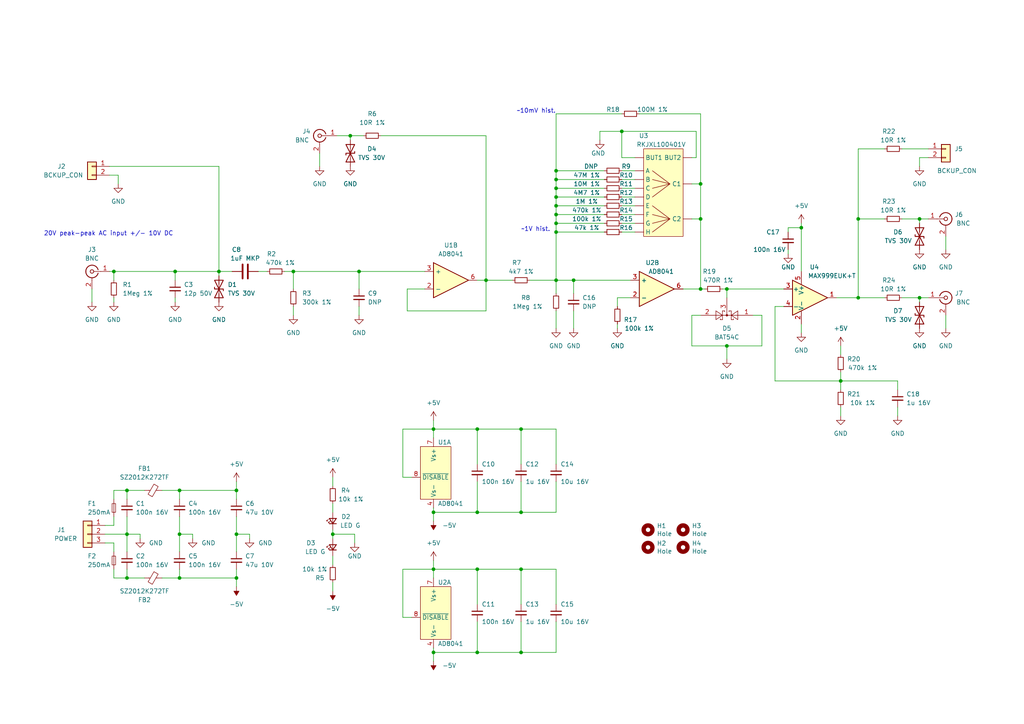
<source format=kicad_sch>
(kicad_sch (version 20211123) (generator eeschema)
  (paper "A4")
  (lib_symbols
    (symbol "AD8041:AD8041"
      (property "Reference" "U" (at 2.54 10.16 0))
      (property "Value" "AD8041" (at 5.08 -7.62 0))
      (symbol "AD8041_1_1"
        (rectangle (start -3.81 8.89) (end 5.08 -6.35) (fill (type background)))
        (pin no_connect line (at -1.27 2.54 90) (length 2.54) hide (name "NC") (number "1"))
        (pin passive line (at 0 -8.89 90) (length 2.54) (name "Vs-") (number "4"))
        (pin no_connect line (at 0 2.54 90) (length 2.54) hide (name "NC") (number "5"))
        (pin passive line (at 0 11.43 270) (length 2.54) (name "Vs+") (number "7"))
        (pin passive line (at -6.35 0 0) (length 2.54) (name "~{DISABLE}") (number "8"))
      )
      (symbol "AD8041_2_1"
        (polyline (pts (xy -3.81 5.08) (xy 6.35 0) (xy -3.81 -5.08) (xy -3.81 5.08)) (stroke (width 0.254)) (fill (type background)))
        (pin input line (at -6.35 -2.54 0) (length 2.54) (name "-") (number "2"))
        (pin input line (at -6.35 2.54 0) (length 2.54) (name "+") (number "3"))
        (pin output line (at 8.89 0 180) (length 2.54) (name "") (number "6"))
      )
    )
    (symbol "Comparator:LMV7271" (pin_names (offset 0.127))
      (property "Reference" "U?" (at 10.16 4.699 0))
      (property "Value" "LMV7271" (at 10.16 2.159 0))
      (symbol "LMV7271_0_1"
        (polyline (pts (xy -5.08 5.08) (xy 5.08 0) (xy -5.08 -5.08) (xy -5.08 5.08)) (stroke (width 0.254)) (fill (type background)))
      )
      (symbol "LMV7271_1_1"
        (pin output line (at 7.62 0 180) (length 2.54) (name "~") (number "1"))
        (pin power_in line (at -2.54 -7.62 90) (length 3.81) (name "V-") (number "2"))
        (pin input line (at -7.62 2.54 0) (length 2.54) (name "+") (number "3"))
        (pin input line (at -7.62 -2.54 0) (length 2.54) (name "-") (number "4"))
        (pin power_in line (at -2.54 7.62 270) (length 3.81) (name "V+") (number "5"))
      )
    )
    (symbol "Connector:Conn_Coaxial" (pin_names (offset 1.016) hide)
      (property "Reference" "J" (at 0.254 3.048 0))
      (property "Value" "Conn_Coaxial" (at 2.921 0 90))
      (symbol "Conn_Coaxial_0_1"
        (arc (start -1.778 -0.508) (mid 0.222 -1.808) (end 1.778 0) (stroke (width 0.254)))
        (polyline (pts (xy -2.54 0) (xy -0.508 0)))
        (polyline (pts (xy 0 -2.54) (xy 0 -1.778)))
        (circle (center 0 0) (radius 0.508) (stroke (width 0.2032)))
        (arc (start 1.778 0) (mid 0.222 1.8083) (end -1.778 0.508) (stroke (width 0.254)))
      )
      (symbol "Conn_Coaxial_1_1"
        (pin passive line (at -5.08 0 0) (length 2.54) (name "In") (number "1"))
        (pin passive line (at 0 -5.08 90) (length 2.54) (name "Ext") (number "2"))
      )
    )
    (symbol "Connector_Generic:Conn_01x02" (pin_names (offset 1.016) hide)
      (property "Reference" "J" (at 0 2.54 0))
      (property "Value" "Conn_01x02" (at 0 -5.08 0))
      (symbol "Conn_01x02_1_1"
        (rectangle (start -1.27 -2.413) (end 0 -2.667) (stroke (width 0.1524)))
        (rectangle (start -1.27 0.127) (end 0 -0.127) (stroke (width 0.1524)))
        (rectangle (start -1.27 1.27) (end 1.27 -3.81) (stroke (width 0.254)) (fill (type background)))
        (pin passive line (at -5.08 0 0) (length 3.81) (name "Pin_1") (number "1"))
        (pin passive line (at -5.08 -2.54 0) (length 3.81) (name "Pin_2") (number "2"))
      )
    )
    (symbol "Connector_Generic:Conn_01x03" (pin_names (offset 1.016) hide)
      (property "Reference" "J" (at 0 5.08 0))
      (property "Value" "Conn_01x03" (at 0 -5.08 0))
      (symbol "Conn_01x03_1_1"
        (rectangle (start -1.27 -2.413) (end 0 -2.667) (stroke (width 0.1524)))
        (rectangle (start -1.27 0.127) (end 0 -0.127) (stroke (width 0.1524)))
        (rectangle (start -1.27 2.667) (end 0 2.413) (stroke (width 0.1524)))
        (rectangle (start -1.27 3.81) (end 1.27 -3.81) (stroke (width 0.254)) (fill (type background)))
        (pin passive line (at -5.08 2.54 0) (length 3.81) (name "Pin_1") (number "1"))
        (pin passive line (at -5.08 0 0) (length 3.81) (name "Pin_2") (number "2"))
        (pin passive line (at -5.08 -2.54 0) (length 3.81) (name "Pin_3") (number "3"))
      )
    )
    (symbol "Device:C" (pin_numbers hide) (pin_names (offset 0.254))
      (property "Reference" "C" (at 0.635 2.54 0))
      (property "Value" "C" (at 0.635 -2.54 0))
      (symbol "C_0_1"
        (polyline (pts (xy -2.032 -0.762) (xy 2.032 -0.762)) (stroke (width 0.508)))
        (polyline (pts (xy -2.032 0.762) (xy 2.032 0.762)) (stroke (width 0.508)))
      )
      (symbol "C_1_1"
        (pin passive line (at 0 3.81 270) (length 2.794) (name "~") (number "1"))
        (pin passive line (at 0 -3.81 90) (length 2.794) (name "~") (number "2"))
      )
    )
    (symbol "Device:C_Small" (pin_numbers hide) (pin_names (offset 0.254) hide)
      (property "Reference" "C" (at 0.254 1.778 0))
      (property "Value" "C_Small" (at 0.254 -2.032 0))
      (symbol "C_Small_0_1"
        (polyline (pts (xy -1.524 -0.508) (xy 1.524 -0.508)) (stroke (width 0.3302)))
        (polyline (pts (xy -1.524 0.508) (xy 1.524 0.508)) (stroke (width 0.3048)))
      )
      (symbol "C_Small_1_1"
        (pin passive line (at 0 2.54 270) (length 2.032) (name "~") (number "1"))
        (pin passive line (at 0 -2.54 90) (length 2.032) (name "~") (number "2"))
      )
    )
    (symbol "Device:D_TVS" (pin_numbers hide) (pin_names (offset 1.016) hide)
      (property "Reference" "D" (at 0 2.54 0))
      (property "Value" "D_TVS" (at 0 -2.54 0))
      (symbol "D_TVS_0_1"
        (polyline (pts (xy 1.27 0) (xy -1.27 0)))
        (polyline (pts (xy 0.508 1.27) (xy 0 1.27) (xy 0 -1.27) (xy -0.508 -1.27)) (stroke (width 0.254)))
        (polyline (pts (xy -2.54 1.27) (xy -2.54 -1.27) (xy 2.54 1.27) (xy 2.54 -1.27) (xy -2.54 1.27)) (stroke (width 0.254)))
      )
      (symbol "D_TVS_1_1"
        (pin passive line (at -3.81 0 0) (length 2.54) (name "A1") (number "1"))
        (pin passive line (at 3.81 0 180) (length 2.54) (name "A2") (number "2"))
      )
    )
    (symbol "Device:FerriteBead_Small" (pin_numbers hide) (pin_names (offset 0))
      (property "Reference" "FB" (at 1.905 1.27 0))
      (property "Value" "FerriteBead_Small" (at 1.905 -1.27 0))
      (symbol "FerriteBead_Small_0_1"
        (polyline (pts (xy 0 -1.27) (xy 0 -0.7874)))
        (polyline (pts (xy 0 0.889) (xy 0 1.2954)))
        (polyline (pts (xy -1.8288 0.2794) (xy -1.1176 1.4986) (xy 1.8288 -0.2032) (xy 1.1176 -1.4224) (xy -1.8288 0.2794)))
      )
      (symbol "FerriteBead_Small_1_1"
        (pin passive line (at 0 2.54 270) (length 1.27) (name "~") (number "1"))
        (pin passive line (at 0 -2.54 90) (length 1.27) (name "~") (number "2"))
      )
    )
    (symbol "Device:Fuse_Small" (pin_numbers hide) (pin_names (offset 0.254) hide)
      (property "Reference" "F" (at 0 -1.524 0))
      (property "Value" "Fuse_Small" (at 0 1.524 0))
      (symbol "Fuse_Small_0_1"
        (rectangle (start -1.27 0.508) (end 1.27 -0.508))
        (polyline (pts (xy -1.27 0) (xy 1.27 0)))
      )
      (symbol "Fuse_Small_1_1"
        (pin passive line (at -2.54 0 0) (length 1.27) (name "~") (number "1"))
        (pin passive line (at 2.54 0 180) (length 1.27) (name "~") (number "2"))
      )
    )
    (symbol "Device:LED_Small" (pin_numbers hide) (pin_names (offset 0.254) hide)
      (property "Reference" "D" (at -1.27 3.175 0))
      (property "Value" "LED_Small" (at -4.445 -2.54 0))
      (symbol "LED_Small_0_1"
        (polyline (pts (xy -0.762 -1.016) (xy -0.762 1.016)) (stroke (width 0.254)))
        (polyline (pts (xy 1.016 0) (xy -0.762 0)))
        (polyline (pts (xy 0.762 -1.016) (xy -0.762 0) (xy 0.762 1.016) (xy 0.762 -1.016)) (stroke (width 0.254)))
        (polyline (pts (xy 0 0.762) (xy -0.508 1.27) (xy -0.254 1.27) (xy -0.508 1.27) (xy -0.508 1.016)))
        (polyline (pts (xy 0.508 1.27) (xy 0 1.778) (xy 0.254 1.778) (xy 0 1.778) (xy 0 1.524)))
      )
      (symbol "LED_Small_1_1"
        (pin passive line (at -2.54 0 0) (length 1.778) (name "K") (number "1"))
        (pin passive line (at 2.54 0 180) (length 1.778) (name "A") (number "2"))
      )
    )
    (symbol "Device:R_Small" (pin_numbers hide) (pin_names (offset 0.254) hide)
      (property "Reference" "R" (at 0.762 0.508 0))
      (property "Value" "R_Small" (at 0.762 -1.016 0))
      (symbol "R_Small_0_1"
        (rectangle (start -0.762 1.778) (end 0.762 -1.778) (stroke (width 0.2032)))
      )
      (symbol "R_Small_1_1"
        (pin passive line (at 0 2.54 270) (length 0.762) (name "~") (number "1"))
        (pin passive line (at 0 -2.54 90) (length 0.762) (name "~") (number "2"))
      )
    )
    (symbol "Diode:BAT54C" (pin_names (offset 1.016))
      (property "Reference" "D" (at 0.635 -3.81 0))
      (property "Value" "BAT54C" (at -6.35 3.175 0))
      (symbol "BAT54C_0_1"
        (polyline (pts (xy -1.905 0) (xy 1.905 0)))
        (polyline (pts (xy -1.905 1.27) (xy -1.905 1.016)))
        (polyline (pts (xy -1.27 -1.27) (xy -0.635 -1.27)))
        (polyline (pts (xy -1.27 0) (xy -3.81 0)))
        (polyline (pts (xy -1.27 1.27) (xy -1.905 1.27)))
        (polyline (pts (xy -1.27 1.27) (xy -1.27 -1.27)))
        (polyline (pts (xy -0.635 -1.27) (xy -0.635 -1.016)))
        (polyline (pts (xy 0.635 -1.27) (xy 0.635 -1.016)))
        (polyline (pts (xy 1.27 -1.27) (xy 0.635 -1.27)))
        (polyline (pts (xy 1.27 1.27) (xy 1.27 -1.27)))
        (polyline (pts (xy 1.27 1.27) (xy 1.905 1.27)))
        (polyline (pts (xy 1.905 1.27) (xy 1.905 1.016)))
        (polyline (pts (xy 3.81 0) (xy 1.27 0)))
        (polyline (pts (xy -3.175 -1.27) (xy -3.175 1.27) (xy -1.27 0) (xy -3.175 -1.27)))
        (polyline (pts (xy 3.175 -1.27) (xy 3.175 1.27) (xy 1.27 0) (xy 3.175 -1.27)))
        (circle (center 0 0) (radius 0.254) (fill (type outline)))
      )
      (symbol "BAT54C_1_1"
        (pin passive line (at -7.62 0 0) (length 3.81) (name "~") (number "1"))
        (pin passive line (at 7.62 0 180) (length 3.81) (name "~") (number "2"))
        (pin passive line (at 0 -5.08 90) (length 5.08) (name "~") (number "3"))
      )
    )
    (symbol "Mechanical:MountingHole" (pin_names (offset 1.016))
      (property "Reference" "H" (at 0 5.08 0))
      (property "Value" "MountingHole" (at 0 3.175 0))
      (symbol "MountingHole_0_1"
        (circle (center 0 0) (radius 1.27) (stroke (width 1.27)))
      )
    )
    (symbol "RKJXL100401V:RKJXL100401V" (pin_numbers hide)
      (property "Reference" "U" (at -2.54 13.97 0))
      (property "Value" "RKJXL100401V" (at 1.27 -13.97 0))
      (symbol "RKJXL100401V_0_1"
        (rectangle (start -5.08 -12.7) (end 6.35 12.7) (fill (type background)))
        (polyline (pts (xy -2.54 -8.89) (xy 2.54 -7.62) (xy -2.54 -11.43)))
        (polyline (pts (xy -2.54 -3.81) (xy 2.54 -7.62) (xy -2.54 -6.35)))
        (polyline (pts (xy -2.54 1.27) (xy 2.54 2.54) (xy -2.54 -1.27)))
        (polyline (pts (xy -2.54 6.35) (xy 2.54 2.54) (xy -2.54 3.81)))
      )
      (symbol "RKJXL100401V_1_1"
        (pin passive line (at -7.62 10.16 0) (length 2.54) (name "BUT1") (number "1"))
        (pin passive line (at 8.89 10.16 180) (length 2.54) (name "BUT2") (number "2"))
        (pin passive line (at -7.62 6.35 0) (length 2.54) (name "A") (number "A"))
        (pin passive line (at -7.62 3.81 0) (length 2.54) (name "B") (number "B"))
        (pin passive line (at -7.62 1.27 0) (length 2.54) (name "C") (number "C"))
        (pin passive line (at 8.89 2.54 180) (length 2.54) (name "C1") (number "C1"))
        (pin passive line (at 8.89 -7.62 180) (length 2.54) (name "C2") (number "C2"))
        (pin passive line (at -7.62 -1.27 0) (length 2.54) (name "D") (number "D"))
        (pin passive line (at -7.62 -3.81 0) (length 2.54) (name "E") (number "E"))
        (pin passive line (at -7.62 -6.35 0) (length 2.54) (name "F") (number "F"))
        (pin passive line (at -7.62 -8.89 0) (length 2.54) (name "G") (number "G"))
        (pin passive line (at -7.62 -11.43 0) (length 2.54) (name "H") (number "H"))
      )
    )
    (symbol "power:+5V" (power) (pin_names (offset 0))
      (property "Value" "+5V" (at 0 3.556 0))
      (symbol "+5V_0_1"
        (polyline (pts (xy -0.762 1.27) (xy 0 2.54)))
        (polyline (pts (xy 0 0) (xy 0 2.54)))
        (polyline (pts (xy 0 2.54) (xy 0.762 1.27)))
      )
      (symbol "+5V_1_1"
        (pin power_in line (at 0 0 90) (length 0) hide (name "+5V") (number "1"))
      )
    )
    (symbol "power:-5V" (power) (pin_names (offset 0))
      (property "Value" "-5V" (at 0 3.81 0))
      (symbol "-5V_0_0"
        (pin power_in line (at 0 0 90) (length 0) hide (name "-5V") (number "1"))
      )
      (symbol "-5V_0_1"
        (polyline (pts (xy 0 0) (xy 0 1.27) (xy 0.762 1.27) (xy 0 2.54) (xy -0.762 1.27) (xy 0 1.27)) (fill (type outline)))
      )
    )
    (symbol "power:GND" (power) (pin_names (offset 0))
      (property "Value" "GND" (at 0 -3.81 0))
      (symbol "GND_0_1"
        (polyline (pts (xy 0 0) (xy 0 -1.27) (xy 1.27 -1.27) (xy 0 -2.54) (xy -1.27 -1.27) (xy 0 -1.27)))
      )
      (symbol "GND_1_1"
        (pin power_in line (at 0 0 270) (length 0) hide (name "GND") (number "1"))
      )
    )
  )
  (junction (at 248.92 86.36))
  (junction (at 161.29 59.69))
  (junction (at 161.29 64.77))
  (junction (at 232.41 66.04))
  (junction (at 125.73 189.23))
  (junction (at 151.13 165.1))
  (junction (at 161.29 81.28))
  (junction (at 101.6 39.37))
  (junction (at 138.43 124.46))
  (junction (at 161.29 62.23))
  (junction (at 63.5 78.74))
  (junction (at 203.2 63.5))
  (junction (at 68.58 154.94))
  (junction (at 36.83 142.24))
  (junction (at 210.82 83.82))
  (junction (at 266.7 86.36))
  (junction (at 125.73 165.1))
  (junction (at 50.8 78.74))
  (junction (at 161.29 52.07))
  (junction (at 161.29 49.53))
  (junction (at 140.97 81.28))
  (junction (at 138.43 189.23))
  (junction (at 33.02 78.74))
  (junction (at 36.83 167.64))
  (junction (at 52.07 142.24))
  (junction (at 68.58 142.24))
  (junction (at 248.92 63.5))
  (junction (at 52.07 167.64))
  (junction (at 161.29 67.31))
  (junction (at 151.13 148.59))
  (junction (at 52.07 154.94))
  (junction (at 203.2 83.82))
  (junction (at 151.13 124.46))
  (junction (at 96.52 154.94))
  (junction (at 68.58 167.64))
  (junction (at 266.7 63.5))
  (junction (at 151.13 189.23))
  (junction (at 243.84 110.49))
  (junction (at 36.83 154.94))
  (junction (at 125.73 124.46))
  (junction (at 125.73 148.59))
  (junction (at 161.29 57.15))
  (junction (at 138.43 165.1))
  (junction (at 85.09 78.74))
  (junction (at 161.29 54.61))
  (junction (at 210.82 100.33))
  (junction (at 203.2 53.34))
  (junction (at 104.14 78.74))
  (junction (at 138.43 148.59))
  (junction (at 180.34 38.1))
  (junction (at 166.37 81.28))
  (wire (pts (xy 200.66 63.5) (xy 203.2 63.5)))
  (wire (pts (xy 125.73 121.92) (xy 125.73 124.46)))
  (wire (pts (xy 33.02 149.86) (xy 33.02 152.4)))
  (wire (pts (xy 200.66 45.72) (xy 201.93 45.72)))
  (wire (pts (xy 260.35 113.03) (xy 260.35 110.49)))
  (wire (pts (xy 72.39 154.94) (xy 68.58 154.94)))
  (wire (pts (xy 261.62 43.18) (xy 269.24 43.18)))
  (wire (pts (xy 116.84 124.46) (xy 125.73 124.46)))
  (wire (pts (xy 260.35 110.49) (xy 243.84 110.49)))
  (wire (pts (xy 118.11 83.82) (xy 118.11 90.17)))
  (wire (pts (xy 33.02 142.24) (xy 36.83 142.24)))
  (wire (pts (xy 266.7 48.26) (xy 266.7 45.72)))
  (wire (pts (xy 209.55 83.82) (xy 210.82 83.82)))
  (wire (pts (xy 125.73 124.46) (xy 125.73 127)))
  (wire (pts (xy 72.39 156.21) (xy 72.39 154.94)))
  (wire (pts (xy 34.29 53.34) (xy 34.29 50.8)))
  (wire (pts (xy 151.13 124.46) (xy 151.13 134.62)))
  (wire (pts (xy 125.73 148.59) (xy 125.73 151.13)))
  (wire (pts (xy 151.13 139.7) (xy 151.13 148.59)))
  (wire (pts (xy 33.02 167.64) (xy 36.83 167.64)))
  (wire (pts (xy 201.93 38.1) (xy 180.34 38.1)))
  (wire (pts (xy 153.67 81.28) (xy 161.29 81.28)))
  (wire (pts (xy 104.14 78.74) (xy 123.19 78.74)))
  (wire (pts (xy 220.98 91.44) (xy 218.44 91.44)))
  (wire (pts (xy 36.83 149.86) (xy 36.83 154.94)))
  (wire (pts (xy 161.29 67.31) (xy 175.26 67.31)))
  (wire (pts (xy 140.97 90.17) (xy 140.97 81.28)))
  (wire (pts (xy 266.7 63.5) (xy 266.7 64.77)))
  (wire (pts (xy 33.02 165.1) (xy 33.02 167.64)))
  (wire (pts (xy 31.75 78.74) (xy 33.02 78.74)))
  (wire (pts (xy 101.6 39.37) (xy 101.6 40.64)))
  (wire (pts (xy 140.97 81.28) (xy 148.59 81.28)))
  (wire (pts (xy 180.34 57.15) (xy 184.15 57.15)))
  (wire (pts (xy 220.98 100.33) (xy 220.98 91.44)))
  (wire (pts (xy 161.29 54.61) (xy 175.26 54.61)))
  (wire (pts (xy 166.37 81.28) (xy 166.37 85.09)))
  (wire (pts (xy 55.88 154.94) (xy 52.07 154.94)))
  (wire (pts (xy 96.52 163.83) (xy 96.52 161.29)))
  (wire (pts (xy 261.62 63.5) (xy 266.7 63.5)))
  (wire (pts (xy 161.29 57.15) (xy 175.26 57.15)))
  (wire (pts (xy 180.34 62.23) (xy 184.15 62.23)))
  (wire (pts (xy 180.34 38.1) (xy 173.99 38.1)))
  (wire (pts (xy 30.48 152.4) (xy 33.02 152.4)))
  (wire (pts (xy 96.52 154.94) (xy 96.52 156.21)))
  (wire (pts (xy 201.93 45.72) (xy 201.93 38.1)))
  (wire (pts (xy 34.29 50.8) (xy 31.75 50.8)))
  (wire (pts (xy 96.52 171.45) (xy 96.52 168.91)))
  (wire (pts (xy 161.29 64.77) (xy 161.29 67.31)))
  (wire (pts (xy 36.83 165.1) (xy 36.83 167.64)))
  (wire (pts (xy 116.84 179.07) (xy 116.84 165.1)))
  (wire (pts (xy 151.13 165.1) (xy 151.13 175.26)))
  (wire (pts (xy 104.14 88.9) (xy 104.14 91.44)))
  (wire (pts (xy 138.43 165.1) (xy 125.73 165.1)))
  (wire (pts (xy 161.29 49.53) (xy 161.29 52.07)))
  (wire (pts (xy 151.13 124.46) (xy 138.43 124.46)))
  (wire (pts (xy 228.6 66.04) (xy 232.41 66.04)))
  (wire (pts (xy 138.43 124.46) (xy 125.73 124.46)))
  (wire (pts (xy 210.82 100.33) (xy 220.98 100.33)))
  (wire (pts (xy 266.7 86.36) (xy 266.7 87.63)))
  (wire (pts (xy 85.09 78.74) (xy 104.14 78.74)))
  (wire (pts (xy 125.73 187.96) (xy 125.73 189.23)))
  (wire (pts (xy 180.34 52.07) (xy 184.15 52.07)))
  (wire (pts (xy 200.66 53.34) (xy 203.2 53.34)))
  (wire (pts (xy 179.07 93.98) (xy 179.07 95.25)))
  (wire (pts (xy 161.29 165.1) (xy 151.13 165.1)))
  (wire (pts (xy 180.34 59.69) (xy 184.15 59.69)))
  (wire (pts (xy 203.2 63.5) (xy 203.2 83.82)))
  (wire (pts (xy 68.58 139.7) (xy 68.58 142.24)))
  (wire (pts (xy 173.99 38.1) (xy 173.99 40.64)))
  (wire (pts (xy 243.84 110.49) (xy 243.84 107.95)))
  (wire (pts (xy 46.99 167.64) (xy 52.07 167.64)))
  (wire (pts (xy 274.32 68.58) (xy 274.32 72.39)))
  (wire (pts (xy 161.29 49.53) (xy 175.26 49.53)))
  (wire (pts (xy 200.66 91.44) (xy 200.66 100.33)))
  (wire (pts (xy 102.87 157.48) (xy 102.87 154.94)))
  (wire (pts (xy 161.29 52.07) (xy 175.26 52.07)))
  (wire (pts (xy 260.35 118.11) (xy 260.35 120.65)))
  (wire (pts (xy 161.29 59.69) (xy 161.29 62.23)))
  (wire (pts (xy 274.32 91.44) (xy 274.32 95.25)))
  (wire (pts (xy 52.07 154.94) (xy 52.07 160.02)))
  (wire (pts (xy 96.52 153.67) (xy 96.52 154.94)))
  (wire (pts (xy 92.71 44.45) (xy 92.71 48.26)))
  (wire (pts (xy 243.84 110.49) (xy 243.84 113.03)))
  (wire (pts (xy 68.58 165.1) (xy 68.58 167.64)))
  (wire (pts (xy 138.43 165.1) (xy 138.43 175.26)))
  (wire (pts (xy 151.13 180.34) (xy 151.13 189.23)))
  (wire (pts (xy 125.73 148.59) (xy 138.43 148.59)))
  (wire (pts (xy 243.84 118.11) (xy 243.84 120.65)))
  (wire (pts (xy 161.29 175.26) (xy 161.29 165.1)))
  (wire (pts (xy 63.5 78.74) (xy 63.5 80.01)))
  (wire (pts (xy 50.8 86.36) (xy 50.8 87.63)))
  (wire (pts (xy 266.7 45.72) (xy 269.24 45.72)))
  (wire (pts (xy 203.2 91.44) (xy 200.66 91.44)))
  (wire (pts (xy 180.34 67.31) (xy 184.15 67.31)))
  (wire (pts (xy 118.11 90.17) (xy 140.97 90.17)))
  (wire (pts (xy 123.19 83.82) (xy 118.11 83.82)))
  (wire (pts (xy 210.82 83.82) (xy 210.82 86.36)))
  (wire (pts (xy 36.83 142.24) (xy 36.83 144.78)))
  (wire (pts (xy 26.67 83.82) (xy 26.67 87.63)))
  (wire (pts (xy 266.7 86.36) (xy 269.24 86.36)))
  (wire (pts (xy 161.29 67.31) (xy 161.29 81.28)))
  (wire (pts (xy 85.09 78.74) (xy 85.09 83.82)))
  (wire (pts (xy 203.2 83.82) (xy 204.47 83.82)))
  (wire (pts (xy 228.6 72.39) (xy 228.6 73.66)))
  (wire (pts (xy 224.79 110.49) (xy 243.84 110.49)))
  (wire (pts (xy 210.82 104.14) (xy 210.82 100.33)))
  (wire (pts (xy 242.57 86.36) (xy 248.92 86.36)))
  (wire (pts (xy 185.42 33.02) (xy 203.2 33.02)))
  (wire (pts (xy 180.34 54.61) (xy 184.15 54.61)))
  (wire (pts (xy 161.29 81.28) (xy 161.29 85.09)))
  (wire (pts (xy 33.02 78.74) (xy 50.8 78.74)))
  (wire (pts (xy 105.41 39.37) (xy 101.6 39.37)))
  (wire (pts (xy 256.54 63.5) (xy 248.92 63.5)))
  (wire (pts (xy 52.07 165.1) (xy 52.07 167.64)))
  (wire (pts (xy 68.58 154.94) (xy 68.58 160.02)))
  (wire (pts (xy 33.02 157.48) (xy 33.02 160.02)))
  (wire (pts (xy 63.5 48.26) (xy 63.5 78.74)))
  (wire (pts (xy 161.29 81.28) (xy 166.37 81.28)))
  (wire (pts (xy 180.34 64.77) (xy 184.15 64.77)))
  (wire (pts (xy 102.87 154.94) (xy 96.52 154.94)))
  (wire (pts (xy 46.99 142.24) (xy 52.07 142.24)))
  (wire (pts (xy 161.29 33.02) (xy 161.29 49.53)))
  (wire (pts (xy 30.48 157.48) (xy 33.02 157.48)))
  (wire (pts (xy 248.92 63.5) (xy 248.92 86.36)))
  (wire (pts (xy 151.13 189.23) (xy 161.29 189.23)))
  (wire (pts (xy 266.7 63.5) (xy 269.24 63.5)))
  (wire (pts (xy 116.84 165.1) (xy 125.73 165.1)))
  (wire (pts (xy 55.88 156.21) (xy 55.88 154.94)))
  (wire (pts (xy 68.58 167.64) (xy 68.58 170.18)))
  (wire (pts (xy 36.83 154.94) (xy 40.64 154.94)))
  (wire (pts (xy 68.58 142.24) (xy 68.58 144.78)))
  (wire (pts (xy 228.6 67.31) (xy 228.6 66.04)))
  (wire (pts (xy 140.97 81.28) (xy 138.43 81.28)))
  (wire (pts (xy 151.13 165.1) (xy 138.43 165.1)))
  (wire (pts (xy 138.43 180.34) (xy 138.43 189.23)))
  (wire (pts (xy 85.09 88.9) (xy 85.09 91.44)))
  (wire (pts (xy 138.43 148.59) (xy 151.13 148.59)))
  (wire (pts (xy 227.33 88.9) (xy 224.79 88.9)))
  (wire (pts (xy 161.29 62.23) (xy 161.29 64.77)))
  (wire (pts (xy 166.37 81.28) (xy 182.88 81.28)))
  (wire (pts (xy 33.02 142.24) (xy 33.02 144.78)))
  (wire (pts (xy 261.62 86.36) (xy 266.7 86.36)))
  (wire (pts (xy 31.75 48.26) (xy 63.5 48.26)))
  (wire (pts (xy 248.92 43.18) (xy 248.92 63.5)))
  (wire (pts (xy 110.49 39.37) (xy 140.97 39.37)))
  (wire (pts (xy 180.34 49.53) (xy 184.15 49.53)))
  (wire (pts (xy 161.29 64.77) (xy 175.26 64.77)))
  (wire (pts (xy 96.52 146.05) (xy 96.52 148.59)))
  (wire (pts (xy 116.84 138.43) (xy 116.84 124.46)))
  (wire (pts (xy 140.97 81.28) (xy 140.97 39.37)))
  (wire (pts (xy 203.2 53.34) (xy 203.2 63.5)))
  (wire (pts (xy 36.83 167.64) (xy 41.91 167.64)))
  (wire (pts (xy 101.6 39.37) (xy 97.79 39.37)))
  (wire (pts (xy 40.64 154.94) (xy 40.64 156.21)))
  (wire (pts (xy 161.29 59.69) (xy 175.26 59.69)))
  (wire (pts (xy 68.58 149.86) (xy 68.58 154.94)))
  (wire (pts (xy 52.07 149.86) (xy 52.07 154.94)))
  (wire (pts (xy 210.82 83.82) (xy 227.33 83.82)))
  (wire (pts (xy 52.07 167.64) (xy 68.58 167.64)))
  (wire (pts (xy 179.07 86.36) (xy 179.07 88.9)))
  (wire (pts (xy 96.52 138.43) (xy 96.52 140.97)))
  (wire (pts (xy 161.29 54.61) (xy 161.29 57.15)))
  (wire (pts (xy 52.07 142.24) (xy 52.07 144.78)))
  (wire (pts (xy 161.29 52.07) (xy 161.29 54.61)))
  (wire (pts (xy 125.73 165.1) (xy 125.73 167.64)))
  (wire (pts (xy 161.29 124.46) (xy 151.13 124.46)))
  (wire (pts (xy 200.66 100.33) (xy 210.82 100.33)))
  (wire (pts (xy 166.37 90.17) (xy 166.37 95.25)))
  (wire (pts (xy 74.93 78.74) (xy 77.47 78.74)))
  (wire (pts (xy 184.15 45.72) (xy 180.34 45.72)))
  (wire (pts (xy 180.34 45.72) (xy 180.34 38.1)))
  (wire (pts (xy 161.29 33.02) (xy 180.34 33.02)))
  (wire (pts (xy 36.83 142.24) (xy 41.91 142.24)))
  (wire (pts (xy 161.29 139.7) (xy 161.29 148.59)))
  (wire (pts (xy 151.13 148.59) (xy 161.29 148.59)))
  (wire (pts (xy 138.43 189.23) (xy 151.13 189.23)))
  (wire (pts (xy 50.8 78.74) (xy 50.8 81.28)))
  (wire (pts (xy 104.14 78.74) (xy 104.14 83.82)))
  (wire (pts (xy 119.38 179.07) (xy 116.84 179.07)))
  (wire (pts (xy 125.73 189.23) (xy 125.73 191.77)))
  (wire (pts (xy 30.48 154.94) (xy 36.83 154.94)))
  (wire (pts (xy 50.8 78.74) (xy 63.5 78.74)))
  (wire (pts (xy 243.84 100.33) (xy 243.84 102.87)))
  (wire (pts (xy 161.29 180.34) (xy 161.29 189.23)))
  (wire (pts (xy 161.29 90.17) (xy 161.29 95.25)))
  (wire (pts (xy 256.54 43.18) (xy 248.92 43.18)))
  (wire (pts (xy 82.55 78.74) (xy 85.09 78.74)))
  (wire (pts (xy 33.02 86.36) (xy 33.02 87.63)))
  (wire (pts (xy 125.73 162.56) (xy 125.73 165.1)))
  (wire (pts (xy 52.07 142.24) (xy 68.58 142.24)))
  (wire (pts (xy 232.41 93.98) (xy 232.41 96.52)))
  (wire (pts (xy 161.29 134.62) (xy 161.29 124.46)))
  (wire (pts (xy 198.12 83.82) (xy 203.2 83.82)))
  (wire (pts (xy 248.92 86.36) (xy 256.54 86.36)))
  (wire (pts (xy 203.2 33.02) (xy 203.2 53.34)))
  (wire (pts (xy 138.43 139.7) (xy 138.43 148.59)))
  (wire (pts (xy 36.83 154.94) (xy 36.83 160.02)))
  (wire (pts (xy 161.29 62.23) (xy 175.26 62.23)))
  (wire (pts (xy 232.41 64.77) (xy 232.41 66.04)))
  (wire (pts (xy 232.41 66.04) (xy 232.41 78.74)))
  (wire (pts (xy 33.02 78.74) (xy 33.02 81.28)))
  (wire (pts (xy 119.38 138.43) (xy 116.84 138.43)))
  (wire (pts (xy 125.73 189.23) (xy 138.43 189.23)))
  (wire (pts (xy 161.29 57.15) (xy 161.29 59.69)))
  (wire (pts (xy 63.5 78.74) (xy 67.31 78.74)))
  (wire (pts (xy 125.73 147.32) (xy 125.73 148.59)))
  (wire (pts (xy 138.43 124.46) (xy 138.43 134.62)))
  (wire (pts (xy 179.07 86.36) (xy 182.88 86.36)))
  (wire (pts (xy 224.79 88.9) (xy 224.79 110.49)))
  (text "~1V hist." (at 151.13 67.31 0) (effects (font (size 1.27 1.27)) (justify left bottom)))
  (text "20V peak-peak AC input +/- 10V DC" (at 12.7 68.58 0) (effects (font (size 1.27 1.27)) (justify left bottom)))
  (text "~10mV hist." (at 149.86 33.02 0) (effects (font (size 1.27 1.27)) (justify left bottom)))
  (symbol (lib_id "power:+5V") (at 68.58 139.7 0) (unit 1)
    (property "Reference" "#PWR08" (effects hide))
    (property "Value" "+5V" (at 68.58 134.62 0))
  )
  (symbol (lib_id "RKJXL100401V:RKJXL100401V") (at 191.77 55.88 0) (unit 1)
    (property "Reference" "U3" (at 186.69 39.37 0))
    (property "Value" "RKJXL100401V" (at 191.77 41.91 0))
    (property "Footprint" "RKJXL100401V:RKJXL100401V" (effects hide))
    (property "Datasheet" "https://www.mouser.pl/datasheet/2/15/RKJXL-1370677.pdf" (effects hide))
    (property "M" "AlpsAlpine" (effects hide))
    (property "MPN" "RKJXL100401V" (effects hide))
    (property "JLC" "C160838" (effects hide))
  )
  (symbol (lib_id "Device:C_Small") (at 52.07 147.32 0) (unit 1)
    (property "Reference" "C4" (at 54.61 146.05 0) (effects (justify left)))
    (property "Value" "100n 16V" (at 54.61 148.59 0) (effects (justify left)))
    (property "Footprint" "Capacitor_SMD:C_0603_1608Metric" (effects hide))
    (property "JLC" "C14663" (effects hide))
  )
  (symbol (lib_id "Device:R_Small") (at 33.02 83.82 0) (unit 1)
    (property "Reference" "R1" (at 35.56 82.5499 0) (effects (justify left)))
    (property "Value" "1Meg 1%" (at 35.56 85.0899 0) (effects (justify left)))
    (property "Footprint" "Resistor_SMD:R_0805_2012Metric_Pad1.20x1.40mm_HandSolder" (effects hide))
    (property "JLC" "C17514" (effects hide))
  )
  (symbol (lib_id "Diode:BAT54C") (at 210.82 91.44 180) (unit 1)
    (property "Reference" "D5" (at 210.82 95.25 0))
    (property "Value" "BAT54C" (at 210.82 97.79 0))
    (property "Footprint" "Package_TO_SOT_SMD:SOT-23" (effects hide))
    (property "Datasheet" "http://www.diodes.com/_files/datasheets/ds11005.pdf" (effects hide))
    (property "JLC" "C37704" (effects hide))
  )
  (symbol (lib_id "Device:FerriteBead_Small") (at 44.45 167.64 90) (unit 1)
    (property "Reference" "FB2" (at 41.91 173.99 90))
    (property "Value" "SZ2012K272TF" (at 41.91 171.45 90))
    (property "Footprint" "Inductor_SMD:L_0805_2012Metric" (effects hide))
    (property "M" "Sunlord" (effects hide))
    (property "MPN" "SZ2012K272TF" (effects hide))
    (property "JLC" "C185876" (effects hide))
  )
  (symbol (lib_id "Device:R_Small") (at 151.13 81.28 90) (unit 1)
    (property "Reference" "R7" (at 149.86 76.2 90))
    (property "Value" "4k7 1%" (at 151.13 78.74 90))
    (property "Footprint" "Resistor_SMD:R_0805_2012Metric_Pad1.20x1.40mm_HandSolder" (effects hide))
    (property "JLC" "C17673" (effects hide))
  )
  (symbol (lib_id "power:GND") (at 266.7 48.26 0) (unit 1)
    (property "Reference" "#PWR033" (effects hide))
    (property "Value" "GND" (at 266.7 53.34 0))
  )
  (symbol (lib_id "Connector:Conn_Coaxial") (at 274.32 86.36 0) (unit 1)
    (property "Reference" "J7" (at 278.13 85.09 0))
    (property "Value" "BNC" (at 279.4 87.63 0))
    (property "Footprint" "Connector_Coaxial:BNC_Amphenol_B6252HB-NPP3G-50_Horizontal" (effects hide))
    (property "Datasheet" " ~" (effects hide))
    (property "JLC" "C2837587" (effects hide))
  )
  (symbol (lib_id "Device:R_Small") (at 96.52 166.37 0) (unit 1)
    (property "Reference" "R5" (at 91.44 167.64 0) (effects (justify left)))
    (property "Value" "10k 1%" (at 87.63 165.1 0) (effects (justify left)))
    (property "Footprint" "Resistor_SMD:R_0603_1608Metric_Pad0.98x0.95mm_HandSolder" (effects hide))
    (property "JLC" "C25804" (effects hide))
  )
  (symbol (lib_id "power:+5V") (at 232.41 64.77 0) (unit 1)
    (property "Reference" "#PWR028" (effects hide))
    (property "Value" "+5V" (at 232.41 59.69 0))
  )
  (symbol (lib_id "Device:R_Small") (at 107.95 39.37 270) (mirror x) (unit 1)
    (property "Reference" "R6" (at 107.95 33.02 90))
    (property "Value" "10R 1%" (at 107.95 35.56 90))
    (property "Footprint" "Resistor_SMD:R_0805_2012Metric_Pad1.20x1.40mm_HandSolder" (effects hide))
    (property "JLC" "C17415" (effects hide))
  )
  (symbol (lib_id "Device:R_Small") (at 177.8 57.15 90) (unit 1)
    (property "Reference" "R12" (at 181.61 55.88 90))
    (property "Value" "4M7 1%" (at 170.18 55.88 90))
    (property "Footprint" "Resistor_SMD:R_0805_2012Metric_Pad1.20x1.40mm_HandSolder" (effects hide))
    (property "JLC" "C413240" (effects hide))
  )
  (symbol (lib_id "Device:C_Small") (at 36.83 147.32 0) (unit 1)
    (property "Reference" "C1" (at 39.37 146.05 0) (effects (justify left)))
    (property "Value" "100n 16V" (at 39.37 148.59 0) (effects (justify left)))
    (property "Footprint" "Capacitor_SMD:C_0603_1608Metric" (effects hide))
    (property "JLC" "C14663" (effects hide))
  )
  (symbol (lib_id "Device:R_Small") (at 207.01 83.82 90) (unit 1)
    (property "Reference" "R19" (at 205.74 78.74 90))
    (property "Value" "470R 1%" (at 208.28 81.28 90))
    (property "Footprint" "Resistor_SMD:R_0805_2012Metric_Pad1.20x1.40mm_HandSolder" (effects hide))
    (property "JLC" "C17710" (effects hide))
  )
  (symbol (lib_id "Device:FerriteBead_Small") (at 44.45 142.24 90) (unit 1)
    (property "Reference" "FB1" (at 41.91 135.89 90))
    (property "Value" "SZ2012K272TF" (at 41.91 138.43 90))
    (property "Footprint" "Inductor_SMD:L_0805_2012Metric" (effects hide))
    (property "M" "Sunlord" (effects hide))
    (property "MPN" "SZ2012K272TF" (effects hide))
    (property "JLC" "C185876" (effects hide))
  )
  (symbol (lib_id "Device:R_Small") (at 182.88 33.02 90) (unit 1)
    (property "Reference" "R18" (at 177.8 31.75 90))
    (property "Value" "100M 1%" (at 189.23 31.75 90))
    (property "Footprint" "Resistor_SMD:R_0805_2012Metric_Pad1.20x1.40mm_HandSolder" (effects hide))
    (property "JLC" "C137480" (effects hide))
  )
  (symbol (lib_id "Device:R_Small") (at 243.84 115.57 180) (unit 1)
    (property "Reference" "R21" (at 247.65 114.3 0))
    (property "Value" "10k 1%" (at 250.19 116.84 0))
    (property "Footprint" "Resistor_SMD:R_0805_2012Metric_Pad1.20x1.40mm_HandSolder" (effects hide))
    (property "JLC" "C17414" (effects hide))
  )
  (symbol (lib_id "power:-5V") (at 96.52 171.45 180) (unit 1)
    (property "Reference" "#PWR014" (effects hide))
    (property "Value" "-5V" (at 96.52 176.53 0))
  )
  (symbol (lib_id "power:+5V") (at 243.84 100.33 0) (unit 1)
    (property "Reference" "#PWR030" (effects hide))
    (property "Value" "+5V" (at 243.84 95.25 0))
  )
  (symbol (lib_id "Device:C_Small") (at 36.83 162.56 0) (unit 1)
    (property "Reference" "C2" (at 39.37 161.29 0) (effects (justify left)))
    (property "Value" "100n 16V" (at 39.37 163.83 0) (effects (justify left)))
    (property "Footprint" "Capacitor_SMD:C_0603_1608Metric" (effects hide))
    (property "JLC" "C14663" (effects hide))
  )
  (symbol (lib_id "Connector_Generic:Conn_01x03") (at 25.4 154.94 0) (mirror y) (unit 1)
    (property "Reference" "J1" (at 17.78 153.67 0))
    (property "Value" "POWER" (at 19.05 156.21 0))
    (property "Footprint" "TerminalBlock_Phoenix:TerminalBlock_Phoenix_MKDS-1,5-3-5.08_1x03_P5.08mm_Horizontal" (effects hide))
    (property "M" "Degson" (effects hide))
    (property "MPN" "DG500-5.08-03P-14-00A(H)" (effects hide))
    (property "JLC" "C581322" (effects hide))
  )
  (symbol (lib_id "Device:R_Small") (at 259.08 43.18 90) (unit 1)
    (property "Reference" "R22" (at 257.81 38.1 90))
    (property "Value" "10R 1%" (at 259.08 40.64 90))
    (property "Footprint" "Resistor_SMD:R_0805_2012Metric_Pad1.20x1.40mm_HandSolder" (effects hide))
    (property "JLC" "C17415" (effects hide))
  )
  (symbol (lib_id "Device:R_Small") (at 80.01 78.74 90) (unit 1)
    (property "Reference" "R2" (at 78.74 73.66 90))
    (property "Value" "470k 1%" (at 81.28 76.2 90))
    (property "Footprint" "Resistor_SMD:R_0805_2012Metric_Pad1.20x1.40mm_HandSolder" (effects hide))
    (property "JLC" "C17709" (effects hide))
  )
  (symbol (lib_id "Device:Fuse_Small") (at 33.02 147.32 270) (unit 1)
    (property "Reference" "F1" (at 25.4 146.05 90) (effects (justify left)))
    (property "Value" "250mA" (at 25.4 148.59 90) (effects (justify left)))
    (property "Footprint" "Fuse:Fuse_0805_2012Metric_Pad1.15x1.40mm_HandSolder" (effects hide))
    (property "JLC" "C269102" (effects hide))
  )
  (symbol (lib_id "power:GND") (at 260.35 120.65 0) (unit 1)
    (property "Reference" "#PWR032" (effects hide))
    (property "Value" "GND" (at 260.35 125.73 0))
  )
  (symbol (lib_id "Device:R_Small") (at 161.29 87.63 180) (unit 1)
    (property "Reference" "R8" (at 151.13 86.36 0) (effects (justify right)))
    (property "Value" "1Meg 1%" (at 148.59 88.9 0) (effects (justify right)))
    (property "Footprint" "Resistor_SMD:R_0805_2012Metric_Pad1.20x1.40mm_HandSolder" (effects hide))
    (property "JLC" "C17514" (effects hide))
  )
  (symbol (lib_id "Device:C_Small") (at 161.29 137.16 0) (unit 1)
    (property "Reference" "C14" (at 162.56 134.62 0) (effects (justify left)))
    (property "Value" "10u 16V" (at 162.56 139.7 0) (effects (justify left)))
    (property "Footprint" "Capacitor_SMD:C_0805_2012Metric" (effects hide))
    (property "JLC" "C96446" (effects hide))
  )
  (symbol (lib_id "power:GND") (at 92.71 48.26 0) (mirror y) (unit 1)
    (property "Reference" "#PWR012" (effects hide))
    (property "Value" "GND" (at 92.71 53.34 0))
  )
  (symbol (lib_id "Device:C_Small") (at 161.29 177.8 0) (unit 1)
    (property "Reference" "C15" (at 162.56 175.26 0) (effects (justify left)))
    (property "Value" "10u 16V" (at 162.56 180.34 0) (effects (justify left)))
    (property "Footprint" "Capacitor_SMD:C_0805_2012Metric" (effects hide))
    (property "JLC" "C96446" (effects hide))
  )
  (symbol (lib_id "Device:C_Small") (at 104.14 86.36 0) (unit 1)
    (property "Reference" "C9" (at 106.68 85.09 0) (effects (justify left)))
    (property "Value" "DNP" (at 106.68 87.63 0) (effects (justify left)))
    (property "Footprint" "Capacitor_SMD:C_0603_1608Metric" (effects hide))
  )
  (symbol (lib_id "power:-5V") (at 125.73 191.77 180) (unit 1)
    (property "Reference" "#PWR021" (effects hide))
    (property "Value" "-5V" (at 128.27 193.0399 0) (effects (justify right)))
  )
  (symbol (lib_id "Device:R_Small") (at 177.8 52.07 90) (unit 1)
    (property "Reference" "R10" (at 181.61 50.8 90))
    (property "Value" "47M 1%" (at 170.18 50.8 90))
    (property "Footprint" "Resistor_SMD:R_0805_2012Metric_Pad1.20x1.40mm_HandSolder" (effects hide))
    (property "JLC" "C137426" (effects hide))
  )
  (symbol (lib_id "power:GND") (at 26.67 87.63 0) (unit 1)
    (property "Reference" "#PWR01" (effects hide))
    (property "Value" "GND" (at 26.67 92.71 0))
  )
  (symbol (lib_id "Device:R_Small") (at 259.08 63.5 90) (unit 1)
    (property "Reference" "R23" (at 257.81 58.42 90))
    (property "Value" "10R 1%" (at 259.08 60.96 90))
    (property "Footprint" "Resistor_SMD:R_0805_2012Metric_Pad1.20x1.40mm_HandSolder" (effects hide))
    (property "JLC" "C17415" (effects hide))
  )
  (symbol (lib_id "Device:C") (at 71.12 78.74 90) (unit 1)
    (property "Reference" "C8" (at 68.58 72.39 90))
    (property "Value" "1uF MKP" (at 71.12 74.93 90))
    (property "Footprint" "Capacitor_THT:C_Rect_L7.5mm_W6.5mm_P5.00mm" (effects hide))
    (property "JLC" "C514201" (effects hide))
  )
  (symbol (lib_id "Device:R_Small") (at 179.07 91.44 180) (unit 1)
    (property "Reference" "R17" (at 182.88 92.71 0))
    (property "Value" "100k 1%" (at 185.42 95.25 0))
    (property "Footprint" "Resistor_SMD:R_0805_2012Metric_Pad1.20x1.40mm_HandSolder" (effects hide))
    (property "JLC" "C149504" (effects hide))
  )
  (symbol (lib_id "Device:R_Small") (at 177.8 49.53 90) (unit 1)
    (property "Reference" "R9" (at 181.61 48.26 90))
    (property "Value" "DNP" (at 171.45 48.26 90))
    (property "Footprint" "Resistor_SMD:R_0805_2012Metric_Pad1.20x1.40mm_HandSolder" (effects hide))
  )
  (symbol (lib_id "Device:C_Small") (at 151.13 137.16 0) (unit 1)
    (property "Reference" "C12" (at 152.4 134.62 0) (effects (justify left)))
    (property "Value" "1u 16V" (at 152.4 139.7 0) (effects (justify left)))
    (property "Footprint" "Capacitor_SMD:C_0603_1608Metric" (effects hide))
    (property "JLC" "C15849" (effects hide))
  )
  (symbol (lib_id "Connector:Conn_Coaxial") (at 274.32 63.5 0) (unit 1)
    (property "Reference" "J6" (at 278.13 62.23 0))
    (property "Value" "BNC" (at 279.4 64.77 0))
    (property "Footprint" "Connector_Coaxial:BNC_Amphenol_B6252HB-NPP3G-50_Horizontal" (effects hide))
    (property "Datasheet" " ~" (effects hide))
    (property "JLC" "C2837587" (effects hide))
  )
  (symbol (lib_id "power:GND") (at 102.87 157.48 0) (mirror y) (unit 1)
    (property "Reference" "#PWR016" (effects hide))
    (property "Value" "GND" (at 102.87 161.29 0))
  )
  (symbol (lib_id "Device:C_Small") (at 228.6 69.85 0) (unit 1)
    (property "Reference" "C17" (at 222.25 67.31 0) (effects (justify left)))
    (property "Value" "100n 16V" (at 218.44 72.39 0) (effects (justify left)))
    (property "Footprint" "Capacitor_SMD:C_0603_1608Metric" (effects hide))
    (property "JLC" "C14663" (effects hide))
  )
  (symbol (lib_id "Device:C_Small") (at 52.07 162.56 0) (unit 1)
    (property "Reference" "C5" (at 54.61 161.29 0) (effects (justify left)))
    (property "Value" "100n 16V" (at 54.61 163.83 0) (effects (justify left)))
    (property "Footprint" "Capacitor_SMD:C_0603_1608Metric" (effects hide))
    (property "JLC" "C14663" (effects hide))
  )
  (symbol (lib_id "power:GND") (at 34.29 53.34 0) (mirror y) (unit 1)
    (property "Reference" "#PWR03" (effects hide))
    (property "Value" "GND" (at 34.29 58.42 0))
  )
  (symbol (lib_id "power:GND") (at 274.32 72.39 0) (unit 1)
    (property "Reference" "#PWR036" (effects hide))
    (property "Value" "GND" (at 274.32 77.47 0))
  )
  (symbol (lib_id "power:GND") (at 166.37 95.25 0) (unit 1)
    (property "Reference" "#PWR023" (effects hide))
    (property "Value" "GND" (at 166.37 100.33 0))
  )
  (symbol (lib_id "Device:D_TVS") (at 63.5 83.82 90) (unit 1)
    (property "Reference" "D1" (at 66.04 82.5499 90) (effects (justify right)))
    (property "Value" "TVS 30V" (at 66.04 85.0899 90) (effects (justify right)))
    (property "Footprint" "Diode_SMD:D_SMB" (effects hide))
    (property "Datasheet" "https://datasheet.lcsc.com/lcsc/1809200015_Brightking-SMBJ30CA-TR13_C78418.pdf" (effects hide))
    (property "M" "Brightking" (effects hide))
    (property "MPN" "SMBJ30CA/TR13" (effects hide))
    (property "JLC" "C78418" (effects hide))
  )
  (symbol (lib_id "power:-5V") (at 125.73 151.13 180) (unit 1)
    (property "Reference" "#PWR019" (effects hide))
    (property "Value" "-5V" (at 128.27 152.3999 0) (effects (justify right)))
  )
  (symbol (lib_id "Device:R_Small") (at 85.09 86.36 0) (unit 1)
    (property "Reference" "R3" (at 87.63 85.0899 0) (effects (justify left)))
    (property "Value" "300k 1%" (at 87.63 87.6299 0) (effects (justify left)))
    (property "Footprint" "Resistor_SMD:R_0805_2012Metric_Pad1.20x1.40mm_HandSolder" (effects hide))
    (property "JLC" "C17616" (effects hide))
  )
  (symbol (lib_id "Device:C_Small") (at 68.58 147.32 0) (unit 1)
    (property "Reference" "C6" (at 71.12 146.05 0) (effects (justify left)))
    (property "Value" "47u 10V" (at 71.12 148.59 0) (effects (justify left)))
    (property "Footprint" "Capacitor_SMD:C_1206_3216Metric" (effects hide))
    (property "JLC" "C96123" (effects hide))
  )
  (symbol (lib_id "Mechanical:MountingHole") (at 198.12 158.75 0) (unit 1) (in_bom no)
    (property "Reference" "H4" (at 200.66 157.5816 0) (effects (justify left)))
    (property "Value" "Hole" (at 200.66 159.893 0) (effects (justify left)))
    (property "Footprint" "MountingHole:MountingHole_3.2mm_M3_Pad_Via" (effects hide))
  )
  (symbol (lib_id "Mechanical:MountingHole") (at 198.12 153.67 0) (unit 1) (in_bom no)
    (property "Reference" "H3" (at 200.66 152.5016 0) (effects (justify left)))
    (property "Value" "Hole" (at 200.66 154.813 0) (effects (justify left)))
    (property "Footprint" "MountingHole:MountingHole_3.2mm_M3_Pad_Via" (effects hide))
  )
  (symbol (lib_id "power:GND") (at 85.09 91.44 0) (unit 1)
    (property "Reference" "#PWR011" (effects hide))
    (property "Value" "GND" (at 85.09 96.52 0))
  )
  (symbol (lib_id "power:GND") (at 274.32 95.25 0) (unit 1)
    (property "Reference" "#PWR037" (effects hide))
    (property "Value" "GND" (at 274.32 100.33 0))
  )
  (symbol (lib_id "power:GND") (at 266.7 95.25 0) (unit 1)
    (property "Reference" "#PWR035" (effects hide))
    (property "Value" "GND" (at 266.7 100.33 0))
  )
  (symbol (lib_id "power:GND") (at 161.29 95.25 0) (unit 1)
    (property "Reference" "#PWR022" (effects hide))
    (property "Value" "GND" (at 161.29 100.33 0))
  )
  (symbol (lib_id "Device:R_Small") (at 96.52 143.51 180) (unit 1)
    (property "Reference" "R4" (at 101.6 142.24 0) (effects (justify left)))
    (property "Value" "10k 1%" (at 105.41 144.78 0) (effects (justify left)))
    (property "Footprint" "Resistor_SMD:R_0603_1608Metric_Pad0.98x0.95mm_HandSolder" (effects hide))
    (property "JLC" "C25804" (effects hide))
  )
  (symbol (lib_id "Device:C_Small") (at 138.43 177.8 0) (unit 1)
    (property "Reference" "C11" (at 139.7 175.26 0) (effects (justify left)))
    (property "Value" "100n 16V" (at 139.7 180.34 0) (effects (justify left)))
    (property "Footprint" "Capacitor_SMD:C_0603_1608Metric" (effects hide))
    (property "JLC" "C14663" (effects hide))
  )
  (symbol (lib_id "Device:R_Small") (at 177.8 62.23 90) (unit 1)
    (property "Reference" "R14" (at 181.61 60.96 90))
    (property "Value" "470k 1%" (at 170.18 60.96 90))
    (property "Footprint" "Resistor_SMD:R_0805_2012Metric_Pad1.20x1.40mm_HandSolder" (effects hide))
    (property "JLC" "C17709" (effects hide))
  )
  (symbol (lib_id "Device:R_Small") (at 177.8 64.77 90) (unit 1)
    (property "Reference" "R15" (at 181.61 63.5 90))
    (property "Value" "100k 1%" (at 170.18 63.5 90))
    (property "Footprint" "Resistor_SMD:R_0805_2012Metric_Pad1.20x1.40mm_HandSolder" (effects hide))
    (property "JLC" "C149504" (effects hide))
  )
  (symbol (lib_id "Device:C_Small") (at 260.35 115.57 0) (unit 1)
    (property "Reference" "C18" (at 262.89 114.3 0) (effects (justify left)))
    (property "Value" "1u 16V" (at 262.89 116.84 0) (effects (justify left)))
    (property "Footprint" "Capacitor_SMD:C_0603_1608Metric" (effects hide))
    (property "JLC" "C15849" (effects hide))
  )
  (symbol (lib_id "Mechanical:MountingHole") (at 187.96 158.75 0) (unit 1) (in_bom no)
    (property "Reference" "H2" (at 190.5 157.5816 0) (effects (justify left)))
    (property "Value" "Hole" (at 190.5 159.893 0) (effects (justify left)))
    (property "Footprint" "MountingHole:MountingHole_3.2mm_M3_Pad_Via" (effects hide))
  )
  (symbol (lib_id "Device:C_Small") (at 138.43 137.16 0) (unit 1)
    (property "Reference" "C10" (at 139.7 134.62 0) (effects (justify left)))
    (property "Value" "100n 16V" (at 139.7 139.7 0) (effects (justify left)))
    (property "Footprint" "Capacitor_SMD:C_0603_1608Metric" (effects hide))
    (property "JLC" "C14663" (effects hide))
  )
  (symbol (lib_id "Device:C_Small") (at 50.8 83.82 0) (unit 1)
    (property "Reference" "C3" (at 53.34 82.55 0) (effects (justify left)))
    (property "Value" "12p 50V" (at 53.34 85.09 0) (effects (justify left)))
    (property "Footprint" "Capacitor_SMD:C_0603_1608Metric" (effects hide))
    (property "JLC" "C38523" (effects hide))
  )
  (symbol (lib_id "Device:C_Small") (at 151.13 177.8 0) (unit 1)
    (property "Reference" "C13" (at 152.4 175.26 0) (effects (justify left)))
    (property "Value" "1u 16V" (at 152.4 180.34 0) (effects (justify left)))
    (property "Footprint" "Capacitor_SMD:C_0603_1608Metric" (effects hide))
    (property "JLC" "C15849" (effects hide))
  )
  (symbol (lib_id "AD8041:AD8041") (at 129.54 81.28 0) (unit 2)
    (property "Reference" "U1" (at 130.81 71.12 0))
    (property "Value" "AD8041" (at 130.81 73.66 0))
    (property "Footprint" "Package_SO:SOIC-8_3.9x4.9mm_P1.27mm" (effects hide))
    (property "Datasheet" "https://datasheet.lcsc.com/lcsc/1809171822_Analog-Devices-AD8041ARZ-REEL7_C90472.pdf" (effects hide))
    (property "M" "Analog Devices" (effects hide))
    (property "MPN" "AD8041ARZ" (effects hide))
    (property "JLC" "C90472" (effects hide))
  )
  (symbol (lib_id "Device:Fuse_Small") (at 33.02 162.56 270) (unit 1)
    (property "Reference" "F2" (at 25.4 161.29 90) (effects (justify left)))
    (property "Value" "250mA" (at 25.4 163.83 90) (effects (justify left)))
    (property "Footprint" "Fuse:Fuse_0805_2012Metric_Pad1.15x1.40mm_HandSolder" (effects hide))
    (property "JLC" "C269102" (effects hide))
  )
  (symbol (lib_id "Connector:Conn_Coaxial") (at 92.71 39.37 0) (mirror y) (unit 1)
    (property "Reference" "J4" (at 88.9 38.1 0))
    (property "Value" "BNC" (at 87.63 40.64 0))
    (property "Footprint" "Connector_Coaxial:BNC_Amphenol_B6252HB-NPP3G-50_Horizontal" (effects hide))
    (property "Datasheet" " ~" (effects hide))
    (property "JLC" "C2837587" (effects hide))
  )
  (symbol (lib_id "power:GND") (at 243.84 120.65 0) (unit 1)
    (property "Reference" "#PWR031" (effects hide))
    (property "Value" "GND" (at 243.84 125.73 0))
  )
  (symbol (lib_id "Device:D_TVS") (at 266.7 91.44 90) (unit 1)
    (property "Reference" "D7" (at 259.08 90.17 90) (effects (justify right)))
    (property "Value" "TVS 30V" (at 256.54 92.71 90) (effects (justify right)))
    (property "Footprint" "Diode_SMD:D_SMB" (effects hide))
    (property "Datasheet" "https://datasheet.lcsc.com/lcsc/1809200015_Brightking-SMBJ30CA-TR13_C78418.pdf" (effects hide))
    (property "M" "Brightking" (effects hide))
    (property "MPN" "SMBJ30CA/TR13" (effects hide))
    (property "JLC" "C78418" (effects hide))
  )
  (symbol (lib_id "power:+5V") (at 96.52 138.43 0) (unit 1)
    (property "Reference" "#PWR013" (effects hide))
    (property "Value" "+5V" (at 96.52 133.35 0))
  )
  (symbol (lib_id "power:-5V") (at 68.58 170.18 180) (unit 1)
    (property "Reference" "#PWR09" (effects hide))
    (property "Value" "-5V" (at 68.58 175.26 0))
  )
  (symbol (lib_id "power:GND") (at 266.7 72.39 0) (unit 1)
    (property "Reference" "#PWR034" (effects hide))
    (property "Value" "GND" (at 266.7 77.47 0))
  )
  (symbol (lib_id "Device:D_TVS") (at 266.7 68.58 90) (unit 1)
    (property "Reference" "D6" (at 259.08 67.31 90) (effects (justify right)))
    (property "Value" "TVS 30V" (at 256.54 69.85 90) (effects (justify right)))
    (property "Footprint" "Diode_SMD:D_SMB" (effects hide))
    (property "Datasheet" "https://datasheet.lcsc.com/lcsc/1809200015_Brightking-SMBJ30CA-TR13_C78418.pdf" (effects hide))
    (property "M" "Brightking" (effects hide))
    (property "MPN" "SMBJ30CA/TR13" (effects hide))
    (property "JLC" "C78418" (effects hide))
  )
  (symbol (lib_id "AD8041:AD8041") (at 125.73 179.07 0) (unit 1)
    (property "Reference" "U2" (at 127 168.91 0) (effects (justify left)))
    (property "Value" "AD8041" (at 127 186.69 0) (effects (justify left)))
    (property "Footprint" "Package_SO:SOIC-8_3.9x4.9mm_P1.27mm" (effects hide))
    (property "Datasheet" "https://datasheet.lcsc.com/lcsc/1809171822_Analog-Devices-AD8041ARZ-REEL7_C90472.pdf" (effects hide))
    (property "M" "Analog Devices" (effects hide))
    (property "MPN" "AD8041ARZ" (effects hide))
    (property "JLC" "C90472" (effects hide))
  )
  (symbol (lib_id "power:GND") (at 33.02 87.63 0) (unit 1)
    (property "Reference" "#PWR02" (effects hide))
    (property "Value" "GND" (at 33.02 92.71 0))
  )
  (symbol (lib_id "Device:R_Small") (at 259.08 86.36 90) (unit 1)
    (property "Reference" "R24" (at 257.81 81.28 90))
    (property "Value" "10R 1%" (at 259.08 83.82 90))
    (property "Footprint" "Resistor_SMD:R_0805_2012Metric_Pad1.20x1.40mm_HandSolder" (effects hide))
    (property "JLC" "C17415" (effects hide))
  )
  (symbol (lib_id "Device:LED_Small") (at 96.52 158.75 90) (unit 1)
    (property "Reference" "D3" (at 90.17 157.48 90))
    (property "Value" "LED G" (at 91.44 160.02 90))
    (property "Footprint" "LED_SMD:LED_0603_1608Metric_Pad1.05x0.95mm_HandSolder" (effects hide))
    (property "JLC" "C72043" (effects hide))
  )
  (symbol (lib_id "Connector:Conn_Coaxial") (at 26.67 78.74 0) (mirror y) (unit 1)
    (property "Reference" "J3" (at 26.67 72.39 0))
    (property "Value" "BNC" (at 26.67 74.93 0))
    (property "Footprint" "Connector_Coaxial:BNC_Amphenol_B6252HB-NPP3G-50_Horizontal" (effects hide))
    (property "Datasheet" " ~" (effects hide))
    (property "JLC" "C2837587" (effects hide))
  )
  (symbol (lib_id "power:GND") (at 101.6 48.26 0) (mirror y) (unit 1)
    (property "Reference" "#PWR015" (effects hide))
    (property "Value" "GND" (at 101.6 53.34 0))
  )
  (symbol (lib_id "Device:R_Small") (at 177.8 59.69 90) (unit 1)
    (property "Reference" "R13" (at 181.61 58.42 90))
    (property "Value" "1M 1%" (at 170.18 58.42 90))
    (property "Footprint" "Resistor_SMD:R_0805_2012Metric_Pad1.20x1.40mm_HandSolder" (effects hide))
    (property "JLC" "C17514" (effects hide))
  )
  (symbol (lib_id "Device:C_Small") (at 68.58 162.56 0) (unit 1)
    (property "Reference" "C7" (at 71.12 161.29 0) (effects (justify left)))
    (property "Value" "47u 10V" (at 71.12 163.83 0) (effects (justify left)))
    (property "Footprint" "Capacitor_SMD:C_1206_3216Metric" (effects hide))
    (property "JLC" "C96123" (effects hide))
  )
  (symbol (lib_id "power:GND") (at 104.14 91.44 0) (unit 1)
    (property "Reference" "#PWR017" (effects hide))
    (property "Value" "GND" (at 104.14 96.52 0))
  )
  (symbol (lib_id "power:GND") (at 50.8 87.63 0) (unit 1)
    (property "Reference" "#PWR05" (effects hide))
    (property "Value" "GND" (at 50.8 92.71 0))
  )
  (symbol (lib_id "power:GND") (at 232.41 96.52 0) (unit 1)
    (property "Reference" "#PWR029" (effects hide))
    (property "Value" "GND" (at 232.41 101.6 0))
  )
  (symbol (lib_id "power:GND") (at 228.6 73.66 0) (unit 1)
    (property "Reference" "#PWR027" (effects hide))
    (property "Value" "GND" (at 228.6 77.47 0))
  )
  (symbol (lib_id "Device:R_Small") (at 243.84 105.41 180) (unit 1)
    (property "Reference" "R20" (at 247.65 104.14 0))
    (property "Value" "470k 1%" (at 250.19 106.68 0))
    (property "Footprint" "Resistor_SMD:R_0805_2012Metric_Pad1.20x1.40mm_HandSolder" (effects hide))
    (property "JLC" "C17709" (effects hide))
  )
  (symbol (lib_id "Comparator:LMV7271") (at 234.95 86.36 0) (unit 1)
    (property "Reference" "U4" (at 236.22 77.47 0))
    (property "Value" "MAX999EUK+T" (at 241.3 80.01 0))
    (property "Footprint" "Package_TO_SOT_SMD:SOT-23-5" (effects hide))
    (property "Datasheet" "https://datasheet.lcsc.com/lcsc/1809051542_Maxim-Integrated-MAX999EUK-T_C124667.pdf" (effects hide))
    (property "M" "Maxim Integrated" (effects hide))
    (property "MPN" "MAX999EUK+T" (effects hide))
    (property "JLC" "C124667" (effects hide))
  )
  (symbol (lib_id "Mechanical:MountingHole") (at 187.96 153.67 0) (unit 1) (in_bom no)
    (property "Reference" "H1" (at 190.5 152.5016 0) (effects (justify left)))
    (property "Value" "Hole" (at 190.5 154.813 0) (effects (justify left)))
    (property "Footprint" "MountingHole:MountingHole_3.2mm_M3_Pad_Via" (effects hide))
  )
  (symbol (lib_id "Device:R_Small") (at 177.8 54.61 90) (unit 1)
    (property "Reference" "R11" (at 181.61 53.34 90))
    (property "Value" "10M 1%" (at 170.18 53.34 90))
    (property "Footprint" "Resistor_SMD:R_0805_2012Metric_Pad1.20x1.40mm_HandSolder" (effects hide))
    (property "JLC" "C26108" (effects hide))
  )
  (symbol (lib_id "Connector_Generic:Conn_01x02") (at 274.32 43.18 0) (unit 1) (in_bom no)
    (property "Reference" "J5" (at 276.86 43.1799 0) (effects (justify left)))
    (property "Value" "BCKUP_CON" (at 271.78 49.53 0) (effects (justify left)))
    (property "Footprint" "Connector_PinHeader_2.54mm:PinHeader_1x02_P2.54mm_Vertical" (effects hide))
  )
  (symbol (lib_id "power:+5V") (at 125.73 121.92 0) (unit 1)
    (property "Reference" "#PWR018" (effects hide))
    (property "Value" "+5V" (at 125.73 116.84 0))
  )
  (symbol (lib_id "power:GND") (at 72.39 156.21 0) (unit 1)
    (property "Reference" "#PWR010" (effects hide))
    (property "Value" "GND" (at 74.93 157.4799 0) (effects (justify left)))
  )
  (symbol (lib_id "Connector_Generic:Conn_01x02") (at 26.67 48.26 0) (mirror y) (unit 1) (in_bom no)
    (property "Reference" "J2" (at 19.05 48.26 0) (effects (justify left)))
    (property "Value" "BCKUP_CON" (at 24.13 50.7999 0) (effects (justify left)))
    (property "Footprint" "Connector_PinHeader_2.54mm:PinHeader_1x02_P2.54mm_Vertical" (effects hide))
  )
  (symbol (lib_id "Device:C_Small") (at 166.37 87.63 0) (unit 1)
    (property "Reference" "C16" (at 168.91 86.36 0) (effects (justify left)))
    (property "Value" "DNP" (at 168.91 88.9 0) (effects (justify left)))
    (property "Footprint" "Capacitor_SMD:C_0603_1608Metric" (effects hide))
  )
  (symbol (lib_id "power:+5V") (at 125.73 162.56 0) (unit 1)
    (property "Reference" "#PWR020" (effects hide))
    (property "Value" "+5V" (at 125.73 157.48 0))
  )
  (symbol (lib_id "Device:LED_Small") (at 96.52 151.13 90) (unit 1)
    (property "Reference" "D2" (at 100.33 149.86 90))
    (property "Value" "LED G" (at 101.6 152.4 90))
    (property "Footprint" "LED_SMD:LED_0603_1608Metric_Pad1.05x0.95mm_HandSolder" (effects hide))
    (property "JLC" "C72043" (effects hide))
  )
  (symbol (lib_id "power:GND") (at 55.88 156.21 0) (unit 1)
    (property "Reference" "#PWR06" (effects hide))
    (property "Value" "GND" (at 58.42 157.4799 0) (effects (justify left)))
  )
  (symbol (lib_id "Device:D_TVS") (at 101.6 44.45 270) (mirror x) (unit 1)
    (property "Reference" "D4" (at 109.22 43.18 90) (effects (justify right)))
    (property "Value" "TVS 30V" (at 111.76 45.72 90) (effects (justify right)))
    (property "Footprint" "Diode_SMD:D_SMB" (effects hide))
    (property "Datasheet" "https://datasheet.lcsc.com/lcsc/1809200015_Brightking-SMBJ30CA-TR13_C78418.pdf" (effects hide))
    (property "M" "Brightking" (effects hide))
    (property "MPN" "SMBJ30CA/TR13" (effects hide))
    (property "JLC" "C78418" (effects hide))
  )
  (symbol (lib_id "AD8041:AD8041") (at 125.73 138.43 0) (unit 1)
    (property "Reference" "U1" (at 127 128.27 0) (effects (justify left)))
    (property "Value" "AD8041" (at 127 146.05 0) (effects (justify left)))
    (property "Footprint" "Package_SO:SOIC-8_3.9x4.9mm_P1.27mm" (effects hide))
    (property "Datasheet" "https://datasheet.lcsc.com/lcsc/1809171822_Analog-Devices-AD8041ARZ-REEL7_C90472.pdf" (effects hide))
    (property "M" "Analog Devices" (effects hide))
    (property "MPN" "AD8041ARZ" (effects hide))
    (property "JLC" "C90472" (effects hide))
  )
  (symbol (lib_id "power:GND") (at 173.99 40.64 0) (unit 1)
    (property "Reference" "#PWR024" (effects hide))
    (property "Value" "GND" (at 171.45 44.45 0) (effects (justify left)))
  )
  (symbol (lib_id "AD8041:AD8041") (at 189.23 83.82 0) (unit 2)
    (property "Reference" "U2" (at 189.23 76.2 0))
    (property "Value" "AD8041" (at 191.77 78.74 0))
    (property "Footprint" "Package_SO:SOIC-8_3.9x4.9mm_P1.27mm" (effects hide))
    (property "Datasheet" "https://datasheet.lcsc.com/lcsc/1809171822_Analog-Devices-AD8041ARZ-REEL7_C90472.pdf" (effects hide))
    (property "M" "Analog Devices" (effects hide))
    (property "MPN" "AD8041ARZ" (effects hide))
    (property "JLC" "C90472" (effects hide))
  )
  (symbol (lib_id "Device:R_Small") (at 177.8 67.31 90) (unit 1)
    (property "Reference" "R16" (at 181.61 66.04 90))
    (property "Value" "47k 1%" (at 170.18 66.04 90))
    (property "Footprint" "Resistor_SMD:R_0805_2012Metric_Pad1.20x1.40mm_HandSolder" (effects hide))
    (property "JLC" "C17713" (effects hide))
  )
  (symbol (lib_id "power:GND") (at 63.5 87.63 0) (unit 1)
    (property "Reference" "#PWR07" (effects hide))
    (property "Value" "GND" (at 63.5 92.71 0))
  )
  (symbol (lib_id "power:GND") (at 179.07 95.25 0) (unit 1)
    (property "Reference" "#PWR025" (effects hide))
    (property "Value" "GND" (at 179.07 100.33 0))
  )
  (symbol (lib_id "power:GND") (at 210.82 104.14 0) (unit 1)
    (property "Reference" "#PWR026" (effects hide))
    (property "Value" "GND" (at 210.82 109.22 0))
  )
  (symbol (lib_id "power:GND") (at 40.64 156.21 0) (unit 1)
    (property "Reference" "#PWR04" (effects hide))
    (property "Value" "GND" (at 43.18 157.4799 0) (effects (justify left)))
  )
)
</source>
